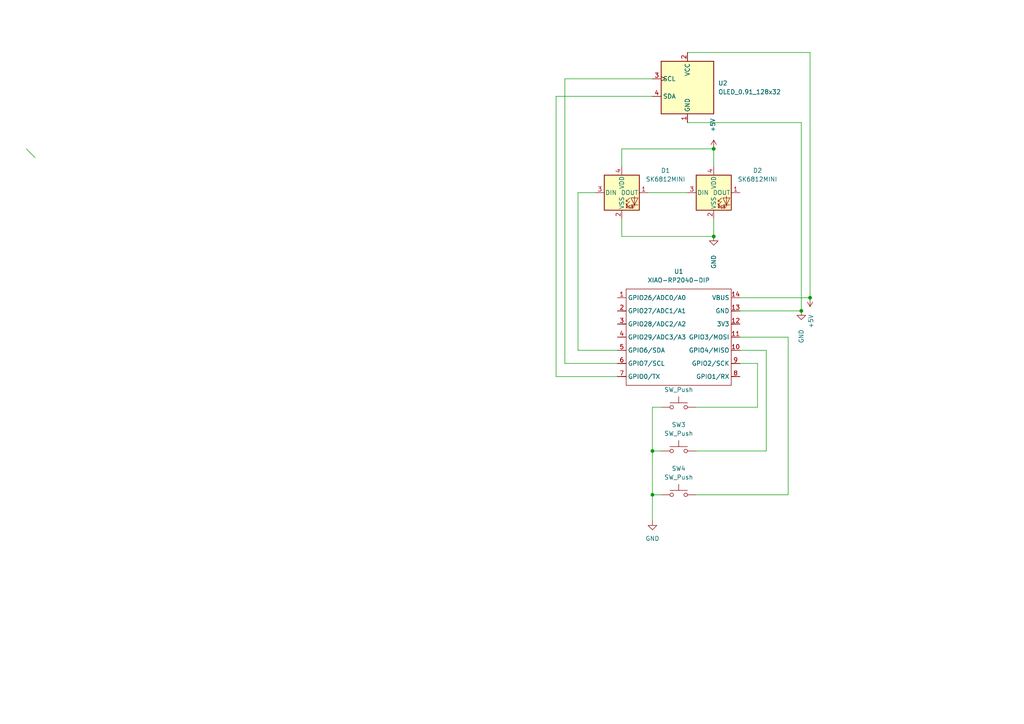
<source format=kicad_sch>
(kicad_sch
	(version 20250114)
	(generator "eeschema")
	(generator_version "9.0")
	(uuid "2b646b79-fca0-4e67-8925-b2cd3ae0dcb8")
	(paper "A4")
	(lib_symbols
		(symbol "Hackclub:OLED_0.91_128x32"
			(exclude_from_sim no)
			(in_bom yes)
			(on_board yes)
			(property "Reference" "U"
				(at 0 0 0)
				(effects
					(font
						(size 1.27 1.27)
					)
				)
			)
			(property "Value" "OLED_0.91_128x32"
				(at 14.224 -10.668 0)
				(effects
					(font
						(size 1.27 1.27)
					)
				)
			)
			(property "Footprint" "Hackclub Footprints:OLED_0.91_128x32"
				(at 18.034 -12.7 0)
				(effects
					(font
						(size 1.27 1.27)
					)
					(hide yes)
				)
			)
			(property "Datasheet" "https://www.buydisplay.com/download/manual/ER-OLEDM0.91-1_Datasheet.pdf"
				(at 42.672 -14.732 0)
				(effects
					(font
						(size 1.27 1.27)
					)
					(hide yes)
				)
			)
			(property "Description" "SSD1306 OLED module, 0.91 inch, 128x32, I2C"
				(at 26.67 -16.764 0)
				(effects
					(font
						(size 1.27 1.27)
					)
					(hide yes)
				)
			)
			(property "ki_keywords" "EastRising"
				(at 0 0 0)
				(effects
					(font
						(size 1.27 1.27)
					)
					(hide yes)
				)
			)
			(property "ki_fp_filters" "ER?OLEDM0.91?1x?I2C*"
				(at 0 0 0)
				(effects
					(font
						(size 1.27 1.27)
					)
					(hide yes)
				)
			)
			(symbol "OLED_0.91_128x32_1_1"
				(rectangle
					(start -7.62 7.62)
					(end 7.62 -7.62)
					(stroke
						(width 0.254)
						(type solid)
					)
					(fill
						(type background)
					)
				)
				(pin input clock
					(at -10.16 2.54 0)
					(length 2.54)
					(name "SCL"
						(effects
							(font
								(size 1.27 1.27)
							)
						)
					)
					(number "3"
						(effects
							(font
								(size 1.27 1.27)
							)
						)
					)
				)
				(pin bidirectional line
					(at -10.16 -2.54 0)
					(length 2.54)
					(name "SDA"
						(effects
							(font
								(size 1.27 1.27)
							)
						)
					)
					(number "4"
						(effects
							(font
								(size 1.27 1.27)
							)
						)
					)
				)
				(pin power_in line
					(at 0 10.16 270)
					(length 2.54)
					(name "VCC"
						(effects
							(font
								(size 1.27 1.27)
							)
						)
					)
					(number "2"
						(effects
							(font
								(size 1.27 1.27)
							)
						)
					)
				)
				(pin power_in line
					(at 0 -10.16 90)
					(length 2.54)
					(name "GND"
						(effects
							(font
								(size 1.27 1.27)
							)
						)
					)
					(number "1"
						(effects
							(font
								(size 1.27 1.27)
							)
						)
					)
				)
			)
			(embedded_fonts no)
		)
		(symbol "LED:SK6812MINI"
			(pin_names
				(offset 0.254)
			)
			(exclude_from_sim no)
			(in_bom yes)
			(on_board yes)
			(property "Reference" "D"
				(at 5.08 5.715 0)
				(effects
					(font
						(size 1.27 1.27)
					)
					(justify right bottom)
				)
			)
			(property "Value" "SK6812MINI"
				(at 1.27 -5.715 0)
				(effects
					(font
						(size 1.27 1.27)
					)
					(justify left top)
				)
			)
			(property "Footprint" "LED_SMD:LED_SK6812MINI_PLCC4_3.5x3.5mm_P1.75mm"
				(at 1.27 -7.62 0)
				(effects
					(font
						(size 1.27 1.27)
					)
					(justify left top)
					(hide yes)
				)
			)
			(property "Datasheet" "https://cdn-shop.adafruit.com/product-files/2686/SK6812MINI_REV.01-1-2.pdf"
				(at 2.54 -9.525 0)
				(effects
					(font
						(size 1.27 1.27)
					)
					(justify left top)
					(hide yes)
				)
			)
			(property "Description" "RGB LED with integrated controller"
				(at 0 0 0)
				(effects
					(font
						(size 1.27 1.27)
					)
					(hide yes)
				)
			)
			(property "ki_keywords" "RGB LED NeoPixel Mini addressable"
				(at 0 0 0)
				(effects
					(font
						(size 1.27 1.27)
					)
					(hide yes)
				)
			)
			(property "ki_fp_filters" "LED*SK6812MINI*PLCC*3.5x3.5mm*P1.75mm*"
				(at 0 0 0)
				(effects
					(font
						(size 1.27 1.27)
					)
					(hide yes)
				)
			)
			(symbol "SK6812MINI_0_0"
				(text "RGB"
					(at 2.286 -4.191 0)
					(effects
						(font
							(size 0.762 0.762)
						)
					)
				)
			)
			(symbol "SK6812MINI_0_1"
				(polyline
					(pts
						(xy 1.27 -2.54) (xy 1.778 -2.54)
					)
					(stroke
						(width 0)
						(type default)
					)
					(fill
						(type none)
					)
				)
				(polyline
					(pts
						(xy 1.27 -3.556) (xy 1.778 -3.556)
					)
					(stroke
						(width 0)
						(type default)
					)
					(fill
						(type none)
					)
				)
				(polyline
					(pts
						(xy 2.286 -1.524) (xy 1.27 -2.54) (xy 1.27 -2.032)
					)
					(stroke
						(width 0)
						(type default)
					)
					(fill
						(type none)
					)
				)
				(polyline
					(pts
						(xy 2.286 -2.54) (xy 1.27 -3.556) (xy 1.27 -3.048)
					)
					(stroke
						(width 0)
						(type default)
					)
					(fill
						(type none)
					)
				)
				(polyline
					(pts
						(xy 3.683 -1.016) (xy 3.683 -3.556) (xy 3.683 -4.064)
					)
					(stroke
						(width 0)
						(type default)
					)
					(fill
						(type none)
					)
				)
				(polyline
					(pts
						(xy 4.699 -1.524) (xy 2.667 -1.524) (xy 3.683 -3.556) (xy 4.699 -1.524)
					)
					(stroke
						(width 0)
						(type default)
					)
					(fill
						(type none)
					)
				)
				(polyline
					(pts
						(xy 4.699 -3.556) (xy 2.667 -3.556)
					)
					(stroke
						(width 0)
						(type default)
					)
					(fill
						(type none)
					)
				)
				(rectangle
					(start 5.08 5.08)
					(end -5.08 -5.08)
					(stroke
						(width 0.254)
						(type default)
					)
					(fill
						(type background)
					)
				)
			)
			(symbol "SK6812MINI_1_1"
				(pin input line
					(at -7.62 0 0)
					(length 2.54)
					(name "DIN"
						(effects
							(font
								(size 1.27 1.27)
							)
						)
					)
					(number "3"
						(effects
							(font
								(size 1.27 1.27)
							)
						)
					)
				)
				(pin power_in line
					(at 0 7.62 270)
					(length 2.54)
					(name "VDD"
						(effects
							(font
								(size 1.27 1.27)
							)
						)
					)
					(number "4"
						(effects
							(font
								(size 1.27 1.27)
							)
						)
					)
				)
				(pin power_in line
					(at 0 -7.62 90)
					(length 2.54)
					(name "VSS"
						(effects
							(font
								(size 1.27 1.27)
							)
						)
					)
					(number "2"
						(effects
							(font
								(size 1.27 1.27)
							)
						)
					)
				)
				(pin output line
					(at 7.62 0 180)
					(length 2.54)
					(name "DOUT"
						(effects
							(font
								(size 1.27 1.27)
							)
						)
					)
					(number "1"
						(effects
							(font
								(size 1.27 1.27)
							)
						)
					)
				)
			)
			(embedded_fonts no)
		)
		(symbol "OPL:XIAO-RP2040-DIP"
			(exclude_from_sim no)
			(in_bom yes)
			(on_board yes)
			(property "Reference" "U"
				(at 0 0 0)
				(effects
					(font
						(size 1.27 1.27)
					)
				)
			)
			(property "Value" "XIAO-RP2040-DIP"
				(at 5.334 -1.778 0)
				(effects
					(font
						(size 1.27 1.27)
					)
				)
			)
			(property "Footprint" "Module:MOUDLE14P-XIAO-DIP-SMD"
				(at 14.478 -32.258 0)
				(effects
					(font
						(size 1.27 1.27)
					)
					(hide yes)
				)
			)
			(property "Datasheet" ""
				(at 0 0 0)
				(effects
					(font
						(size 1.27 1.27)
					)
					(hide yes)
				)
			)
			(property "Description" ""
				(at 0 0 0)
				(effects
					(font
						(size 1.27 1.27)
					)
					(hide yes)
				)
			)
			(symbol "XIAO-RP2040-DIP_1_0"
				(polyline
					(pts
						(xy -1.27 -2.54) (xy 29.21 -2.54)
					)
					(stroke
						(width 0.1524)
						(type solid)
					)
					(fill
						(type none)
					)
				)
				(polyline
					(pts
						(xy -1.27 -5.08) (xy -2.54 -5.08)
					)
					(stroke
						(width 0.1524)
						(type solid)
					)
					(fill
						(type none)
					)
				)
				(polyline
					(pts
						(xy -1.27 -5.08) (xy -1.27 -2.54)
					)
					(stroke
						(width 0.1524)
						(type solid)
					)
					(fill
						(type none)
					)
				)
				(polyline
					(pts
						(xy -1.27 -8.89) (xy -2.54 -8.89)
					)
					(stroke
						(width 0.1524)
						(type solid)
					)
					(fill
						(type none)
					)
				)
				(polyline
					(pts
						(xy -1.27 -8.89) (xy -1.27 -5.08)
					)
					(stroke
						(width 0.1524)
						(type solid)
					)
					(fill
						(type none)
					)
				)
				(polyline
					(pts
						(xy -1.27 -12.7) (xy -2.54 -12.7)
					)
					(stroke
						(width 0.1524)
						(type solid)
					)
					(fill
						(type none)
					)
				)
				(polyline
					(pts
						(xy -1.27 -12.7) (xy -1.27 -8.89)
					)
					(stroke
						(width 0.1524)
						(type solid)
					)
					(fill
						(type none)
					)
				)
				(polyline
					(pts
						(xy -1.27 -16.51) (xy -2.54 -16.51)
					)
					(stroke
						(width 0.1524)
						(type solid)
					)
					(fill
						(type none)
					)
				)
				(polyline
					(pts
						(xy -1.27 -16.51) (xy -1.27 -12.7)
					)
					(stroke
						(width 0.1524)
						(type solid)
					)
					(fill
						(type none)
					)
				)
				(polyline
					(pts
						(xy -1.27 -20.32) (xy -2.54 -20.32)
					)
					(stroke
						(width 0.1524)
						(type solid)
					)
					(fill
						(type none)
					)
				)
				(polyline
					(pts
						(xy -1.27 -24.13) (xy -2.54 -24.13)
					)
					(stroke
						(width 0.1524)
						(type solid)
					)
					(fill
						(type none)
					)
				)
				(polyline
					(pts
						(xy -1.27 -27.94) (xy -2.54 -27.94)
					)
					(stroke
						(width 0.1524)
						(type solid)
					)
					(fill
						(type none)
					)
				)
				(polyline
					(pts
						(xy -1.27 -30.48) (xy -1.27 -16.51)
					)
					(stroke
						(width 0.1524)
						(type solid)
					)
					(fill
						(type none)
					)
				)
				(polyline
					(pts
						(xy 29.21 -2.54) (xy 29.21 -5.08)
					)
					(stroke
						(width 0.1524)
						(type solid)
					)
					(fill
						(type none)
					)
				)
				(polyline
					(pts
						(xy 29.21 -5.08) (xy 29.21 -8.89)
					)
					(stroke
						(width 0.1524)
						(type solid)
					)
					(fill
						(type none)
					)
				)
				(polyline
					(pts
						(xy 29.21 -8.89) (xy 29.21 -12.7)
					)
					(stroke
						(width 0.1524)
						(type solid)
					)
					(fill
						(type none)
					)
				)
				(polyline
					(pts
						(xy 29.21 -12.7) (xy 29.21 -30.48)
					)
					(stroke
						(width 0.1524)
						(type solid)
					)
					(fill
						(type none)
					)
				)
				(polyline
					(pts
						(xy 29.21 -30.48) (xy -1.27 -30.48)
					)
					(stroke
						(width 0.1524)
						(type solid)
					)
					(fill
						(type none)
					)
				)
				(polyline
					(pts
						(xy 30.48 -5.08) (xy 29.21 -5.08)
					)
					(stroke
						(width 0.1524)
						(type solid)
					)
					(fill
						(type none)
					)
				)
				(polyline
					(pts
						(xy 30.48 -8.89) (xy 29.21 -8.89)
					)
					(stroke
						(width 0.1524)
						(type solid)
					)
					(fill
						(type none)
					)
				)
				(polyline
					(pts
						(xy 30.48 -12.7) (xy 29.21 -12.7)
					)
					(stroke
						(width 0.1524)
						(type solid)
					)
					(fill
						(type none)
					)
				)
				(polyline
					(pts
						(xy 30.48 -16.51) (xy 29.21 -16.51)
					)
					(stroke
						(width 0.1524)
						(type solid)
					)
					(fill
						(type none)
					)
				)
				(polyline
					(pts
						(xy 30.48 -20.32) (xy 29.21 -20.32)
					)
					(stroke
						(width 0.1524)
						(type solid)
					)
					(fill
						(type none)
					)
				)
				(polyline
					(pts
						(xy 30.48 -24.13) (xy 29.21 -24.13)
					)
					(stroke
						(width 0.1524)
						(type solid)
					)
					(fill
						(type none)
					)
				)
				(polyline
					(pts
						(xy 30.48 -27.94) (xy 29.21 -27.94)
					)
					(stroke
						(width 0.1524)
						(type solid)
					)
					(fill
						(type none)
					)
				)
				(pin passive line
					(at -3.81 -5.08 0)
					(length 2.54)
					(name "GPIO26/ADC0/A0"
						(effects
							(font
								(size 1.27 1.27)
							)
						)
					)
					(number "1"
						(effects
							(font
								(size 1.27 1.27)
							)
						)
					)
				)
				(pin passive line
					(at -3.81 -8.89 0)
					(length 2.54)
					(name "GPIO27/ADC1/A1"
						(effects
							(font
								(size 1.27 1.27)
							)
						)
					)
					(number "2"
						(effects
							(font
								(size 1.27 1.27)
							)
						)
					)
				)
				(pin passive line
					(at -3.81 -12.7 0)
					(length 2.54)
					(name "GPIO28/ADC2/A2"
						(effects
							(font
								(size 1.27 1.27)
							)
						)
					)
					(number "3"
						(effects
							(font
								(size 1.27 1.27)
							)
						)
					)
				)
				(pin passive line
					(at -3.81 -16.51 0)
					(length 2.54)
					(name "GPIO29/ADC3/A3"
						(effects
							(font
								(size 1.27 1.27)
							)
						)
					)
					(number "4"
						(effects
							(font
								(size 1.27 1.27)
							)
						)
					)
				)
				(pin passive line
					(at -3.81 -20.32 0)
					(length 2.54)
					(name "GPIO6/SDA"
						(effects
							(font
								(size 1.27 1.27)
							)
						)
					)
					(number "5"
						(effects
							(font
								(size 1.27 1.27)
							)
						)
					)
				)
				(pin passive line
					(at -3.81 -24.13 0)
					(length 2.54)
					(name "GPIO7/SCL"
						(effects
							(font
								(size 1.27 1.27)
							)
						)
					)
					(number "6"
						(effects
							(font
								(size 1.27 1.27)
							)
						)
					)
				)
				(pin passive line
					(at -3.81 -27.94 0)
					(length 2.54)
					(name "GPIO0/TX"
						(effects
							(font
								(size 1.27 1.27)
							)
						)
					)
					(number "7"
						(effects
							(font
								(size 1.27 1.27)
							)
						)
					)
				)
				(pin passive line
					(at 31.75 -5.08 180)
					(length 2.54)
					(name "VBUS"
						(effects
							(font
								(size 1.27 1.27)
							)
						)
					)
					(number "14"
						(effects
							(font
								(size 1.27 1.27)
							)
						)
					)
				)
				(pin passive line
					(at 31.75 -8.89 180)
					(length 2.54)
					(name "GND"
						(effects
							(font
								(size 1.27 1.27)
							)
						)
					)
					(number "13"
						(effects
							(font
								(size 1.27 1.27)
							)
						)
					)
				)
				(pin passive line
					(at 31.75 -12.7 180)
					(length 2.54)
					(name "3V3"
						(effects
							(font
								(size 1.27 1.27)
							)
						)
					)
					(number "12"
						(effects
							(font
								(size 1.27 1.27)
							)
						)
					)
				)
				(pin passive line
					(at 31.75 -16.51 180)
					(length 2.54)
					(name "GPIO3/MOSI"
						(effects
							(font
								(size 1.27 1.27)
							)
						)
					)
					(number "11"
						(effects
							(font
								(size 1.27 1.27)
							)
						)
					)
				)
				(pin passive line
					(at 31.75 -20.32 180)
					(length 2.54)
					(name "GPIO4/MISO"
						(effects
							(font
								(size 1.27 1.27)
							)
						)
					)
					(number "10"
						(effects
							(font
								(size 1.27 1.27)
							)
						)
					)
				)
				(pin passive line
					(at 31.75 -24.13 180)
					(length 2.54)
					(name "GPIO2/SCK"
						(effects
							(font
								(size 1.27 1.27)
							)
						)
					)
					(number "9"
						(effects
							(font
								(size 1.27 1.27)
							)
						)
					)
				)
				(pin passive line
					(at 31.75 -27.94 180)
					(length 2.54)
					(name "GPIO1/RX"
						(effects
							(font
								(size 1.27 1.27)
							)
						)
					)
					(number "8"
						(effects
							(font
								(size 1.27 1.27)
							)
						)
					)
				)
			)
			(embedded_fonts no)
		)
		(symbol "Switch:SW_Push"
			(pin_numbers
				(hide yes)
			)
			(pin_names
				(offset 1.016)
				(hide yes)
			)
			(exclude_from_sim no)
			(in_bom yes)
			(on_board yes)
			(property "Reference" "SW"
				(at 1.27 2.54 0)
				(effects
					(font
						(size 1.27 1.27)
					)
					(justify left)
				)
			)
			(property "Value" "SW_Push"
				(at 0 -1.524 0)
				(effects
					(font
						(size 1.27 1.27)
					)
				)
			)
			(property "Footprint" ""
				(at 0 5.08 0)
				(effects
					(font
						(size 1.27 1.27)
					)
					(hide yes)
				)
			)
			(property "Datasheet" "~"
				(at 0 5.08 0)
				(effects
					(font
						(size 1.27 1.27)
					)
					(hide yes)
				)
			)
			(property "Description" "Push button switch, generic, two pins"
				(at 0 0 0)
				(effects
					(font
						(size 1.27 1.27)
					)
					(hide yes)
				)
			)
			(property "ki_keywords" "switch normally-open pushbutton push-button"
				(at 0 0 0)
				(effects
					(font
						(size 1.27 1.27)
					)
					(hide yes)
				)
			)
			(symbol "SW_Push_0_1"
				(circle
					(center -2.032 0)
					(radius 0.508)
					(stroke
						(width 0)
						(type default)
					)
					(fill
						(type none)
					)
				)
				(polyline
					(pts
						(xy 0 1.27) (xy 0 3.048)
					)
					(stroke
						(width 0)
						(type default)
					)
					(fill
						(type none)
					)
				)
				(circle
					(center 2.032 0)
					(radius 0.508)
					(stroke
						(width 0)
						(type default)
					)
					(fill
						(type none)
					)
				)
				(polyline
					(pts
						(xy 2.54 1.27) (xy -2.54 1.27)
					)
					(stroke
						(width 0)
						(type default)
					)
					(fill
						(type none)
					)
				)
				(pin passive line
					(at -5.08 0 0)
					(length 2.54)
					(name "1"
						(effects
							(font
								(size 1.27 1.27)
							)
						)
					)
					(number "1"
						(effects
							(font
								(size 1.27 1.27)
							)
						)
					)
				)
				(pin passive line
					(at 5.08 0 180)
					(length 2.54)
					(name "2"
						(effects
							(font
								(size 1.27 1.27)
							)
						)
					)
					(number "2"
						(effects
							(font
								(size 1.27 1.27)
							)
						)
					)
				)
			)
			(embedded_fonts no)
		)
		(symbol "power:+5V"
			(power)
			(pin_numbers
				(hide yes)
			)
			(pin_names
				(offset 0)
				(hide yes)
			)
			(exclude_from_sim no)
			(in_bom yes)
			(on_board yes)
			(property "Reference" "#PWR"
				(at 0 -3.81 0)
				(effects
					(font
						(size 1.27 1.27)
					)
					(hide yes)
				)
			)
			(property "Value" "+5V"
				(at 0 3.556 0)
				(effects
					(font
						(size 1.27 1.27)
					)
				)
			)
			(property "Footprint" ""
				(at 0 0 0)
				(effects
					(font
						(size 1.27 1.27)
					)
					(hide yes)
				)
			)
			(property "Datasheet" ""
				(at 0 0 0)
				(effects
					(font
						(size 1.27 1.27)
					)
					(hide yes)
				)
			)
			(property "Description" "Power symbol creates a global label with name \"+5V\""
				(at 0 0 0)
				(effects
					(font
						(size 1.27 1.27)
					)
					(hide yes)
				)
			)
			(property "ki_keywords" "global power"
				(at 0 0 0)
				(effects
					(font
						(size 1.27 1.27)
					)
					(hide yes)
				)
			)
			(symbol "+5V_0_1"
				(polyline
					(pts
						(xy -0.762 1.27) (xy 0 2.54)
					)
					(stroke
						(width 0)
						(type default)
					)
					(fill
						(type none)
					)
				)
				(polyline
					(pts
						(xy 0 2.54) (xy 0.762 1.27)
					)
					(stroke
						(width 0)
						(type default)
					)
					(fill
						(type none)
					)
				)
				(polyline
					(pts
						(xy 0 0) (xy 0 2.54)
					)
					(stroke
						(width 0)
						(type default)
					)
					(fill
						(type none)
					)
				)
			)
			(symbol "+5V_1_1"
				(pin power_in line
					(at 0 0 90)
					(length 0)
					(name "~"
						(effects
							(font
								(size 1.27 1.27)
							)
						)
					)
					(number "1"
						(effects
							(font
								(size 1.27 1.27)
							)
						)
					)
				)
			)
			(embedded_fonts no)
		)
		(symbol "power:GND"
			(power)
			(pin_numbers
				(hide yes)
			)
			(pin_names
				(offset 0)
				(hide yes)
			)
			(exclude_from_sim no)
			(in_bom yes)
			(on_board yes)
			(property "Reference" "#PWR"
				(at 0 -6.35 0)
				(effects
					(font
						(size 1.27 1.27)
					)
					(hide yes)
				)
			)
			(property "Value" "GND"
				(at 0 -3.81 0)
				(effects
					(font
						(size 1.27 1.27)
					)
				)
			)
			(property "Footprint" ""
				(at 0 0 0)
				(effects
					(font
						(size 1.27 1.27)
					)
					(hide yes)
				)
			)
			(property "Datasheet" ""
				(at 0 0 0)
				(effects
					(font
						(size 1.27 1.27)
					)
					(hide yes)
				)
			)
			(property "Description" "Power symbol creates a global label with name \"GND\" , ground"
				(at 0 0 0)
				(effects
					(font
						(size 1.27 1.27)
					)
					(hide yes)
				)
			)
			(property "ki_keywords" "global power"
				(at 0 0 0)
				(effects
					(font
						(size 1.27 1.27)
					)
					(hide yes)
				)
			)
			(symbol "GND_0_1"
				(polyline
					(pts
						(xy 0 0) (xy 0 -1.27) (xy 1.27 -1.27) (xy 0 -2.54) (xy -1.27 -1.27) (xy 0 -1.27)
					)
					(stroke
						(width 0)
						(type default)
					)
					(fill
						(type none)
					)
				)
			)
			(symbol "GND_1_1"
				(pin power_in line
					(at 0 0 270)
					(length 0)
					(name "~"
						(effects
							(font
								(size 1.27 1.27)
							)
						)
					)
					(number "1"
						(effects
							(font
								(size 1.27 1.27)
							)
						)
					)
				)
			)
			(embedded_fonts no)
		)
	)
	(junction
		(at 189.23 130.81)
		(diameter 0)
		(color 0 0 0 0)
		(uuid "362750ab-ff54-47c8-8e8e-b7b20faebbbd")
	)
	(junction
		(at 234.95 86.36)
		(diameter 0)
		(color 0 0 0 0)
		(uuid "7c8a35fe-1fc9-471e-9dfa-748c1dffdd2d")
	)
	(junction
		(at 232.41 90.17)
		(diameter 0)
		(color 0 0 0 0)
		(uuid "92a1d7bb-7e6b-43d1-a344-983d7947ea34")
	)
	(junction
		(at 207.01 43.18)
		(diameter 0)
		(color 0 0 0 0)
		(uuid "b9357933-4f6b-4c79-8392-2479b03a6f18")
	)
	(junction
		(at 207.01 68.58)
		(diameter 0)
		(color 0 0 0 0)
		(uuid "d39e3e81-7b35-46e5-a899-80f3ced0e8d2")
	)
	(junction
		(at 189.23 143.51)
		(diameter 0)
		(color 0 0 0 0)
		(uuid "d63bb839-b0de-425e-ac71-c0ae60178048")
	)
	(bus_entry
		(at 7.62 43.18)
		(size 2.54 2.54)
		(stroke
			(width 0)
			(type default)
		)
		(uuid "32276f22-d52f-4de0-b1f3-3e9b34940ac8")
	)
	(wire
		(pts
			(xy 222.25 101.6) (xy 214.63 101.6)
		)
		(stroke
			(width 0)
			(type default)
		)
		(uuid "07a21c20-2514-41d3-8943-87c1781702cc")
	)
	(wire
		(pts
			(xy 214.63 90.17) (xy 232.41 90.17)
		)
		(stroke
			(width 0)
			(type default)
		)
		(uuid "0e48d247-85df-429a-bfd7-4e15f1f7321c")
	)
	(wire
		(pts
			(xy 214.63 86.36) (xy 234.95 86.36)
		)
		(stroke
			(width 0)
			(type default)
		)
		(uuid "10701f28-6b6a-4ce0-97e2-089d4f75f425")
	)
	(wire
		(pts
			(xy 180.34 63.5) (xy 180.34 68.58)
		)
		(stroke
			(width 0)
			(type default)
		)
		(uuid "1c63fe7b-4473-4916-9c91-927628e94c30")
	)
	(wire
		(pts
			(xy 207.01 68.58) (xy 180.34 68.58)
		)
		(stroke
			(width 0)
			(type default)
		)
		(uuid "1fb988d0-cc52-493a-935b-13bc4aa0bba4")
	)
	(wire
		(pts
			(xy 189.23 143.51) (xy 189.23 151.13)
		)
		(stroke
			(width 0)
			(type default)
		)
		(uuid "22c50171-9709-4be9-be88-24153f4335f7")
	)
	(wire
		(pts
			(xy 180.34 43.18) (xy 180.34 48.26)
		)
		(stroke
			(width 0)
			(type default)
		)
		(uuid "27e8e7bc-6849-4520-8ce3-55c5f9bf1e51")
	)
	(wire
		(pts
			(xy 207.01 63.5) (xy 207.01 68.58)
		)
		(stroke
			(width 0)
			(type default)
		)
		(uuid "2a762fba-2ac6-49c6-8c66-90a69bb74aca")
	)
	(wire
		(pts
			(xy 161.29 109.22) (xy 179.07 109.22)
		)
		(stroke
			(width 0)
			(type default)
		)
		(uuid "392b4cc4-d6a1-463e-98e2-81e92747ff3d")
	)
	(wire
		(pts
			(xy 167.64 101.6) (xy 179.07 101.6)
		)
		(stroke
			(width 0)
			(type default)
		)
		(uuid "3daa88c4-1e1e-43d8-9161-dee4563042f9")
	)
	(wire
		(pts
			(xy 189.23 143.51) (xy 191.77 143.51)
		)
		(stroke
			(width 0)
			(type default)
		)
		(uuid "40a62577-ec76-45fd-a9c0-4b2477ad814c")
	)
	(wire
		(pts
			(xy 189.23 118.11) (xy 191.77 118.11)
		)
		(stroke
			(width 0)
			(type default)
		)
		(uuid "4446e388-4539-4ae9-b8fa-7e27444869e7")
	)
	(wire
		(pts
			(xy 189.23 118.11) (xy 189.23 130.81)
		)
		(stroke
			(width 0)
			(type default)
		)
		(uuid "4469c21a-1e03-411c-9ad2-e1d52cdf036d")
	)
	(wire
		(pts
			(xy 189.23 22.86) (xy 163.83 22.86)
		)
		(stroke
			(width 0)
			(type default)
		)
		(uuid "58a45ddf-b4ad-4628-9274-5b6f432dbf15")
	)
	(wire
		(pts
			(xy 207.01 43.18) (xy 180.34 43.18)
		)
		(stroke
			(width 0)
			(type default)
		)
		(uuid "5e820429-9648-49f4-a1fb-3d6ca1962502")
	)
	(wire
		(pts
			(xy 219.71 118.11) (xy 219.71 105.41)
		)
		(stroke
			(width 0)
			(type default)
		)
		(uuid "62e8b71f-8a43-4420-9e62-27b132146bc2")
	)
	(wire
		(pts
			(xy 163.83 105.41) (xy 179.07 105.41)
		)
		(stroke
			(width 0)
			(type default)
		)
		(uuid "63010c72-34bf-40de-9950-d026426d6c63")
	)
	(wire
		(pts
			(xy 167.64 55.88) (xy 167.64 101.6)
		)
		(stroke
			(width 0)
			(type default)
		)
		(uuid "655e4c9b-113e-46bd-b663-27fec392e961")
	)
	(wire
		(pts
			(xy 161.29 27.94) (xy 161.29 109.22)
		)
		(stroke
			(width 0)
			(type default)
		)
		(uuid "6ce96f47-aee4-401f-8642-6f632965d629")
	)
	(wire
		(pts
			(xy 207.01 48.26) (xy 207.01 43.18)
		)
		(stroke
			(width 0)
			(type default)
		)
		(uuid "70205d49-91d4-487c-b4cc-6e6c31236317")
	)
	(wire
		(pts
			(xy 172.72 55.88) (xy 167.64 55.88)
		)
		(stroke
			(width 0)
			(type default)
		)
		(uuid "81e95c20-4d9e-49dd-b3bb-f66d2c5a0755")
	)
	(wire
		(pts
			(xy 232.41 35.56) (xy 232.41 90.17)
		)
		(stroke
			(width 0)
			(type default)
		)
		(uuid "9190d55d-b77f-4d40-9f28-e1df5abb031c")
	)
	(wire
		(pts
			(xy 228.6 97.79) (xy 228.6 143.51)
		)
		(stroke
			(width 0)
			(type default)
		)
		(uuid "a55484d9-4e2e-47fa-a9b1-2f81a212a05f")
	)
	(wire
		(pts
			(xy 214.63 97.79) (xy 228.6 97.79)
		)
		(stroke
			(width 0)
			(type default)
		)
		(uuid "a59a7cce-6ed3-40e6-a66f-3bb85e2c0824")
	)
	(wire
		(pts
			(xy 219.71 105.41) (xy 214.63 105.41)
		)
		(stroke
			(width 0)
			(type default)
		)
		(uuid "a6f953ee-5025-4b48-80af-07827f7ff838")
	)
	(wire
		(pts
			(xy 228.6 143.51) (xy 201.93 143.51)
		)
		(stroke
			(width 0)
			(type default)
		)
		(uuid "aeed7be0-3af8-45e9-b421-9a73406a7002")
	)
	(wire
		(pts
			(xy 189.23 27.94) (xy 161.29 27.94)
		)
		(stroke
			(width 0)
			(type default)
		)
		(uuid "b4d1d41e-8ed6-4ec7-8d78-cb53bab68a25")
	)
	(wire
		(pts
			(xy 201.93 118.11) (xy 219.71 118.11)
		)
		(stroke
			(width 0)
			(type default)
		)
		(uuid "bba91fb3-478a-4803-80dd-894c7456ebb7")
	)
	(wire
		(pts
			(xy 199.39 35.56) (xy 232.41 35.56)
		)
		(stroke
			(width 0)
			(type default)
		)
		(uuid "c1764679-dc9f-4aee-bca8-155577620174")
	)
	(wire
		(pts
			(xy 222.25 130.81) (xy 201.93 130.81)
		)
		(stroke
			(width 0)
			(type default)
		)
		(uuid "cea558ea-16d8-4e21-8b6e-794439c5a594")
	)
	(wire
		(pts
			(xy 222.25 101.6) (xy 222.25 130.81)
		)
		(stroke
			(width 0)
			(type default)
		)
		(uuid "d45d0e52-00cc-4cac-9c2e-2126839ff98f")
	)
	(wire
		(pts
			(xy 189.23 130.81) (xy 191.77 130.81)
		)
		(stroke
			(width 0)
			(type default)
		)
		(uuid "dcd1062f-61a2-4da8-843d-678eb9268261")
	)
	(wire
		(pts
			(xy 189.23 130.81) (xy 189.23 143.51)
		)
		(stroke
			(width 0)
			(type default)
		)
		(uuid "e060a0ce-6fb9-4b14-89cb-05d46f0f3c87")
	)
	(wire
		(pts
			(xy 187.96 55.88) (xy 199.39 55.88)
		)
		(stroke
			(width 0)
			(type default)
		)
		(uuid "e80c1b13-a092-4d0b-8526-c9b4b3865a9e")
	)
	(wire
		(pts
			(xy 234.95 15.24) (xy 234.95 86.36)
		)
		(stroke
			(width 0)
			(type default)
		)
		(uuid "f0ed05b4-86da-4449-bec5-7e3cfea11926")
	)
	(wire
		(pts
			(xy 163.83 22.86) (xy 163.83 105.41)
		)
		(stroke
			(width 0)
			(type default)
		)
		(uuid "f4d0928f-b934-4b62-b0f5-480fd79d2eb7")
	)
	(wire
		(pts
			(xy 199.39 15.24) (xy 234.95 15.24)
		)
		(stroke
			(width 0)
			(type default)
		)
		(uuid "fa609616-822d-4b4f-8be2-2c4bbe48ba9d")
	)
	(symbol
		(lib_id "power:+5V")
		(at 234.95 86.36 180)
		(unit 1)
		(exclude_from_sim no)
		(in_bom yes)
		(on_board yes)
		(dnp no)
		(uuid "36535d32-04df-40a8-baf2-6444d7f92eb6")
		(property "Reference" "#PWR04"
			(at 234.95 82.55 0)
			(effects
				(font
					(size 1.27 1.27)
				)
				(hide yes)
			)
		)
		(property "Value" "+5V"
			(at 235.204 91.186 90)
			(effects
				(font
					(size 1.27 1.27)
				)
				(justify left)
			)
		)
		(property "Footprint" ""
			(at 234.95 86.36 0)
			(effects
				(font
					(size 1.27 1.27)
				)
				(hide yes)
			)
		)
		(property "Datasheet" ""
			(at 234.95 86.36 0)
			(effects
				(font
					(size 1.27 1.27)
				)
				(hide yes)
			)
		)
		(property "Description" "Power symbol creates a global label with name \"+5V\""
			(at 234.95 86.36 0)
			(effects
				(font
					(size 1.27 1.27)
				)
				(hide yes)
			)
		)
		(pin "1"
			(uuid "3a256bcd-4d3d-43b5-b8ce-5f9db726a1a8")
		)
		(instances
			(project ""
				(path "/2b646b79-fca0-4e67-8925-b2cd3ae0dcb8"
					(reference "#PWR04")
					(unit 1)
				)
			)
		)
	)
	(symbol
		(lib_id "OPL:XIAO-RP2040-DIP")
		(at 182.88 81.28 0)
		(unit 1)
		(exclude_from_sim no)
		(in_bom yes)
		(on_board yes)
		(dnp no)
		(uuid "49388ef7-9ded-4017-9934-c6aae480ad35")
		(property "Reference" "U1"
			(at 196.85 78.74 0)
			(effects
				(font
					(size 1.27 1.27)
				)
			)
		)
		(property "Value" "XIAO-RP2040-DIP"
			(at 196.85 81.28 0)
			(effects
				(font
					(size 1.27 1.27)
				)
			)
		)
		(property "Footprint" "Hackclub:XIAO-RP2040-DIP"
			(at 197.358 113.538 0)
			(effects
				(font
					(size 1.27 1.27)
				)
				(hide yes)
			)
		)
		(property "Datasheet" ""
			(at 182.88 81.28 0)
			(effects
				(font
					(size 1.27 1.27)
				)
				(hide yes)
			)
		)
		(property "Description" ""
			(at 182.88 81.28 0)
			(effects
				(font
					(size 1.27 1.27)
				)
				(hide yes)
			)
		)
		(pin "11"
			(uuid "1efa568b-714c-4386-8824-a4782eb5e9d2")
		)
		(pin "12"
			(uuid "5b20633b-c210-4bdd-af3e-ee6de3a263a3")
		)
		(pin "4"
			(uuid "e4d5bba9-333d-4c25-9319-329948e39104")
		)
		(pin "10"
			(uuid "e9f685f9-63ec-40e1-b7d6-0d52267beded")
		)
		(pin "6"
			(uuid "0ae54615-bc2c-4bcb-925f-5a5e22717d37")
		)
		(pin "2"
			(uuid "9ee6a41f-2deb-4288-b1f0-bf5dc50f1a12")
		)
		(pin "7"
			(uuid "5b64a083-6ed7-4331-8daf-61388543f62a")
		)
		(pin "1"
			(uuid "2eccbf61-fffd-4af5-b60f-ee351ae9d330")
		)
		(pin "3"
			(uuid "d2e8ccf6-4a59-4abd-87ee-0e0bfcc3fcaa")
		)
		(pin "5"
			(uuid "a0693952-1234-426c-8f0f-54b1e6ce3487")
		)
		(pin "14"
			(uuid "2944fdfe-b767-4e71-8e5c-3792dc5c371c")
		)
		(pin "13"
			(uuid "3bcc84e4-48b9-4568-96cd-b862f7f30b89")
		)
		(pin "9"
			(uuid "90555389-2c17-45b6-ba89-0b35b55d492e")
		)
		(pin "8"
			(uuid "2a64793d-68c6-49aa-ae60-128437d54520")
		)
		(instances
			(project ""
				(path "/2b646b79-fca0-4e67-8925-b2cd3ae0dcb8"
					(reference "U1")
					(unit 1)
				)
			)
		)
	)
	(symbol
		(lib_id "power:GND")
		(at 189.23 151.13 0)
		(unit 1)
		(exclude_from_sim no)
		(in_bom yes)
		(on_board yes)
		(dnp no)
		(fields_autoplaced yes)
		(uuid "545d0db1-81ff-4901-9748-e913d1533593")
		(property "Reference" "#PWR01"
			(at 189.23 157.48 0)
			(effects
				(font
					(size 1.27 1.27)
				)
				(hide yes)
			)
		)
		(property "Value" "GND"
			(at 189.23 156.21 0)
			(effects
				(font
					(size 1.27 1.27)
				)
			)
		)
		(property "Footprint" ""
			(at 189.23 151.13 0)
			(effects
				(font
					(size 1.27 1.27)
				)
				(hide yes)
			)
		)
		(property "Datasheet" ""
			(at 189.23 151.13 0)
			(effects
				(font
					(size 1.27 1.27)
				)
				(hide yes)
			)
		)
		(property "Description" "Power symbol creates a global label with name \"GND\" , ground"
			(at 189.23 151.13 0)
			(effects
				(font
					(size 1.27 1.27)
				)
				(hide yes)
			)
		)
		(pin "1"
			(uuid "0c01c2e7-6113-4e53-a08a-405897b9520b")
		)
		(instances
			(project ""
				(path "/2b646b79-fca0-4e67-8925-b2cd3ae0dcb8"
					(reference "#PWR01")
					(unit 1)
				)
			)
		)
	)
	(symbol
		(lib_id "power:GND")
		(at 232.41 90.17 0)
		(unit 1)
		(exclude_from_sim no)
		(in_bom yes)
		(on_board yes)
		(dnp no)
		(uuid "5ba1f65a-a819-48e5-8cf1-6aae45e8b39e")
		(property "Reference" "#PWR03"
			(at 232.41 96.52 0)
			(effects
				(font
					(size 1.27 1.27)
				)
				(hide yes)
			)
		)
		(property "Value" "GND"
			(at 232.41 95.504 90)
			(effects
				(font
					(size 1.27 1.27)
				)
				(justify right)
			)
		)
		(property "Footprint" ""
			(at 232.41 90.17 0)
			(effects
				(font
					(size 1.27 1.27)
				)
				(hide yes)
			)
		)
		(property "Datasheet" ""
			(at 232.41 90.17 0)
			(effects
				(font
					(size 1.27 1.27)
				)
				(hide yes)
			)
		)
		(property "Description" "Power symbol creates a global label with name \"GND\" , ground"
			(at 232.41 90.17 0)
			(effects
				(font
					(size 1.27 1.27)
				)
				(hide yes)
			)
		)
		(pin "1"
			(uuid "58dcf9ad-250f-4c2b-beed-557d1075a879")
		)
		(instances
			(project ""
				(path "/2b646b79-fca0-4e67-8925-b2cd3ae0dcb8"
					(reference "#PWR03")
					(unit 1)
				)
			)
		)
	)
	(symbol
		(lib_id "power:GND")
		(at 207.01 68.58 0)
		(unit 1)
		(exclude_from_sim no)
		(in_bom yes)
		(on_board yes)
		(dnp no)
		(uuid "73320948-e779-4928-9e9f-f0bc2b4ca660")
		(property "Reference" "#PWR05"
			(at 207.01 74.93 0)
			(effects
				(font
					(size 1.27 1.27)
				)
				(hide yes)
			)
		)
		(property "Value" "GND"
			(at 207.01 73.914 90)
			(effects
				(font
					(size 1.27 1.27)
				)
				(justify right)
			)
		)
		(property "Footprint" ""
			(at 207.01 68.58 0)
			(effects
				(font
					(size 1.27 1.27)
				)
				(hide yes)
			)
		)
		(property "Datasheet" ""
			(at 207.01 68.58 0)
			(effects
				(font
					(size 1.27 1.27)
				)
				(hide yes)
			)
		)
		(property "Description" "Power symbol creates a global label with name \"GND\" , ground"
			(at 207.01 68.58 0)
			(effects
				(font
					(size 1.27 1.27)
				)
				(hide yes)
			)
		)
		(pin "1"
			(uuid "412acc02-d67d-4000-b624-e520c4d65583")
		)
		(instances
			(project "KiCad project"
				(path "/2b646b79-fca0-4e67-8925-b2cd3ae0dcb8"
					(reference "#PWR05")
					(unit 1)
				)
			)
		)
	)
	(symbol
		(lib_id "Switch:SW_Push")
		(at 196.85 143.51 0)
		(unit 1)
		(exclude_from_sim no)
		(in_bom yes)
		(on_board yes)
		(dnp no)
		(fields_autoplaced yes)
		(uuid "9502c265-e7f5-4cf5-9889-489153dc2343")
		(property "Reference" "SW4"
			(at 196.85 135.89 0)
			(effects
				(font
					(size 1.27 1.27)
				)
			)
		)
		(property "Value" "SW_Push"
			(at 196.85 138.43 0)
			(effects
				(font
					(size 1.27 1.27)
				)
			)
		)
		(property "Footprint" "Button_Switch_Keyboard:SW_Cherry_MX_1.00u_PCB"
			(at 196.85 138.43 0)
			(effects
				(font
					(size 1.27 1.27)
				)
				(hide yes)
			)
		)
		(property "Datasheet" "~"
			(at 196.85 138.43 0)
			(effects
				(font
					(size 1.27 1.27)
				)
				(hide yes)
			)
		)
		(property "Description" "Push button switch, generic, two pins"
			(at 196.85 143.51 0)
			(effects
				(font
					(size 1.27 1.27)
				)
				(hide yes)
			)
		)
		(pin "2"
			(uuid "38312318-8de7-44c2-85dc-ded37c1862cb")
		)
		(pin "1"
			(uuid "963845f7-0c12-4e0a-977c-5938fa9c58d8")
		)
		(instances
			(project "KiCad project"
				(path "/2b646b79-fca0-4e67-8925-b2cd3ae0dcb8"
					(reference "SW4")
					(unit 1)
				)
			)
		)
	)
	(symbol
		(lib_id "Switch:SW_Push")
		(at 196.85 118.11 0)
		(unit 1)
		(exclude_from_sim no)
		(in_bom yes)
		(on_board yes)
		(dnp no)
		(fields_autoplaced yes)
		(uuid "adb374d8-408b-47d7-bb6e-3e3892476223")
		(property "Reference" "SW2"
			(at 196.85 110.49 0)
			(effects
				(font
					(size 1.27 1.27)
				)
				(hide yes)
			)
		)
		(property "Value" "SW_Push"
			(at 196.85 113.03 0)
			(effects
				(font
					(size 1.27 1.27)
				)
			)
		)
		(property "Footprint" "Button_Switch_Keyboard:SW_Cherry_MX_1.00u_PCB"
			(at 196.85 113.03 0)
			(effects
				(font
					(size 1.27 1.27)
				)
				(hide yes)
			)
		)
		(property "Datasheet" "~"
			(at 196.85 113.03 0)
			(effects
				(font
					(size 1.27 1.27)
				)
				(hide yes)
			)
		)
		(property "Description" "Push button switch, generic, two pins"
			(at 196.85 118.11 0)
			(effects
				(font
					(size 1.27 1.27)
				)
				(hide yes)
			)
		)
		(pin "2"
			(uuid "b81d9d00-c69a-4a2f-887b-03edfb2d218c")
		)
		(pin "1"
			(uuid "8aa332b8-7568-41f0-9707-42d0c9453e91")
		)
		(instances
			(project "KiCad project"
				(path "/2b646b79-fca0-4e67-8925-b2cd3ae0dcb8"
					(reference "SW2")
					(unit 1)
				)
			)
		)
	)
	(symbol
		(lib_id "Switch:SW_Push")
		(at 196.85 130.81 0)
		(unit 1)
		(exclude_from_sim no)
		(in_bom yes)
		(on_board yes)
		(dnp no)
		(fields_autoplaced yes)
		(uuid "c9e57c31-6af2-4fea-91b1-991242af718b")
		(property "Reference" "SW3"
			(at 196.85 123.19 0)
			(effects
				(font
					(size 1.27 1.27)
				)
			)
		)
		(property "Value" "SW_Push"
			(at 196.85 125.73 0)
			(effects
				(font
					(size 1.27 1.27)
				)
			)
		)
		(property "Footprint" "Button_Switch_Keyboard:SW_Cherry_MX_1.00u_PCB"
			(at 196.85 125.73 0)
			(effects
				(font
					(size 1.27 1.27)
				)
				(hide yes)
			)
		)
		(property "Datasheet" "~"
			(at 196.85 125.73 0)
			(effects
				(font
					(size 1.27 1.27)
				)
				(hide yes)
			)
		)
		(property "Description" "Push button switch, generic, two pins"
			(at 196.85 130.81 0)
			(effects
				(font
					(size 1.27 1.27)
				)
				(hide yes)
			)
		)
		(pin "2"
			(uuid "bf82919e-f512-4c6a-b33f-e75d828995e1")
		)
		(pin "1"
			(uuid "a5f965d3-f070-4cec-a7b6-553481b67d97")
		)
		(instances
			(project "KiCad project"
				(path "/2b646b79-fca0-4e67-8925-b2cd3ae0dcb8"
					(reference "SW3")
					(unit 1)
				)
			)
		)
	)
	(symbol
		(lib_id "LED:SK6812MINI")
		(at 207.01 55.88 0)
		(unit 1)
		(exclude_from_sim no)
		(in_bom yes)
		(on_board yes)
		(dnp no)
		(fields_autoplaced yes)
		(uuid "d377fb1e-d7fd-498a-9222-6038024c328a")
		(property "Reference" "D2"
			(at 219.71 49.4598 0)
			(effects
				(font
					(size 1.27 1.27)
				)
			)
		)
		(property "Value" "SK6812MINI"
			(at 219.71 51.9998 0)
			(effects
				(font
					(size 1.27 1.27)
				)
			)
		)
		(property "Footprint" "LED_SMD:LED_SK6812MINI_PLCC4_3.5x3.5mm_P1.75mm"
			(at 208.28 63.5 0)
			(effects
				(font
					(size 1.27 1.27)
				)
				(justify left top)
				(hide yes)
			)
		)
		(property "Datasheet" "https://cdn-shop.adafruit.com/product-files/2686/SK6812MINI_REV.01-1-2.pdf"
			(at 209.55 65.405 0)
			(effects
				(font
					(size 1.27 1.27)
				)
				(justify left top)
				(hide yes)
			)
		)
		(property "Description" "RGB LED with integrated controller"
			(at 207.01 55.88 0)
			(effects
				(font
					(size 1.27 1.27)
				)
				(hide yes)
			)
		)
		(pin "3"
			(uuid "9d8b7c61-35d8-4e87-9530-27f874c6b230")
		)
		(pin "2"
			(uuid "cb8622b1-cf64-44aa-93ae-bf7c2eb4431c")
		)
		(pin "4"
			(uuid "281d8b1f-a69e-48d4-8da7-b5846d1f8280")
		)
		(pin "1"
			(uuid "4e85b210-8904-4425-a2d3-5cf6661c90ad")
		)
		(instances
			(project ""
				(path "/2b646b79-fca0-4e67-8925-b2cd3ae0dcb8"
					(reference "D2")
					(unit 1)
				)
			)
		)
	)
	(symbol
		(lib_id "Hackclub:OLED_0.91_128x32")
		(at 199.39 25.4 0)
		(unit 1)
		(exclude_from_sim no)
		(in_bom yes)
		(on_board yes)
		(dnp no)
		(fields_autoplaced yes)
		(uuid "d6232041-c1dd-4bd4-92d9-3deff41e4a77")
		(property "Reference" "U2"
			(at 208.28 24.1299 0)
			(effects
				(font
					(size 1.27 1.27)
				)
				(justify left)
			)
		)
		(property "Value" "OLED_0.91_128x32"
			(at 208.28 26.6699 0)
			(effects
				(font
					(size 1.27 1.27)
				)
				(justify left)
			)
		)
		(property "Footprint" "Hackclub:OLED_0.91_128x32"
			(at 217.424 38.1 0)
			(effects
				(font
					(size 1.27 1.27)
				)
				(hide yes)
			)
		)
		(property "Datasheet" "https://www.buydisplay.com/download/manual/ER-OLEDM0.91-1_Datasheet.pdf"
			(at 242.062 40.132 0)
			(effects
				(font
					(size 1.27 1.27)
				)
				(hide yes)
			)
		)
		(property "Description" "SSD1306 OLED module, 0.91 inch, 128x32, I2C"
			(at 226.06 42.164 0)
			(effects
				(font
					(size 1.27 1.27)
				)
				(hide yes)
			)
		)
		(pin "3"
			(uuid "2bf9fdf8-97cf-41f3-99a6-f33be8015818")
		)
		(pin "4"
			(uuid "071bdac3-749f-48f0-84dc-61f2846f3e6f")
		)
		(pin "1"
			(uuid "f70e15b3-e737-485f-8a22-b24272fc28b8")
		)
		(pin "2"
			(uuid "844b3419-17e8-4f13-bd96-c20f411f68a4")
		)
		(instances
			(project ""
				(path "/2b646b79-fca0-4e67-8925-b2cd3ae0dcb8"
					(reference "U2")
					(unit 1)
				)
			)
		)
	)
	(symbol
		(lib_id "power:+5V")
		(at 207.01 43.18 0)
		(unit 1)
		(exclude_from_sim no)
		(in_bom yes)
		(on_board yes)
		(dnp no)
		(uuid "e270e5b9-70d9-427b-8e38-5b262d7d7c6a")
		(property "Reference" "#PWR02"
			(at 207.01 46.99 0)
			(effects
				(font
					(size 1.27 1.27)
				)
				(hide yes)
			)
		)
		(property "Value" "+5V"
			(at 206.756 38.354 90)
			(effects
				(font
					(size 1.27 1.27)
				)
				(justify left)
			)
		)
		(property "Footprint" ""
			(at 207.01 43.18 0)
			(effects
				(font
					(size 1.27 1.27)
				)
				(hide yes)
			)
		)
		(property "Datasheet" ""
			(at 207.01 43.18 0)
			(effects
				(font
					(size 1.27 1.27)
				)
				(hide yes)
			)
		)
		(property "Description" "Power symbol creates a global label with name \"+5V\""
			(at 207.01 43.18 0)
			(effects
				(font
					(size 1.27 1.27)
				)
				(hide yes)
			)
		)
		(pin "1"
			(uuid "80ccc2f8-73e0-4bb2-bc63-2b6bf6c98c2a")
		)
		(instances
			(project "KiCad project"
				(path "/2b646b79-fca0-4e67-8925-b2cd3ae0dcb8"
					(reference "#PWR02")
					(unit 1)
				)
			)
		)
	)
	(symbol
		(lib_id "LED:SK6812MINI")
		(at 180.34 55.88 0)
		(unit 1)
		(exclude_from_sim no)
		(in_bom yes)
		(on_board yes)
		(dnp no)
		(fields_autoplaced yes)
		(uuid "e9ca2a53-d41a-4f8f-97a2-f3a549e721e0")
		(property "Reference" "D1"
			(at 193.04 49.4598 0)
			(effects
				(font
					(size 1.27 1.27)
				)
			)
		)
		(property "Value" "SK6812MINI"
			(at 193.04 51.9998 0)
			(effects
				(font
					(size 1.27 1.27)
				)
			)
		)
		(property "Footprint" "LED_SMD:LED_SK6812MINI_PLCC4_3.5x3.5mm_P1.75mm"
			(at 181.61 63.5 0)
			(effects
				(font
					(size 1.27 1.27)
				)
				(justify left top)
				(hide yes)
			)
		)
		(property "Datasheet" "https://cdn-shop.adafruit.com/product-files/2686/SK6812MINI_REV.01-1-2.pdf"
			(at 182.88 65.405 0)
			(effects
				(font
					(size 1.27 1.27)
				)
				(justify left top)
				(hide yes)
			)
		)
		(property "Description" "RGB LED with integrated controller"
			(at 180.34 55.88 0)
			(effects
				(font
					(size 1.27 1.27)
				)
				(hide yes)
			)
		)
		(pin "3"
			(uuid "312d152b-565d-426f-92de-4c1072b6576f")
		)
		(pin "2"
			(uuid "87312215-a56a-4e6d-9c33-c937500cf5f3")
		)
		(pin "4"
			(uuid "50dd4e4e-f537-46fb-a73d-79d693a501ce")
		)
		(pin "1"
			(uuid "37af851b-f8d7-4311-8535-b3e330599c0e")
		)
		(instances
			(project ""
				(path "/2b646b79-fca0-4e67-8925-b2cd3ae0dcb8"
					(reference "D1")
					(unit 1)
				)
			)
		)
	)
	(sheet_instances
		(path "/"
			(page "1")
		)
	)
	(embedded_fonts no)
)

</source>
